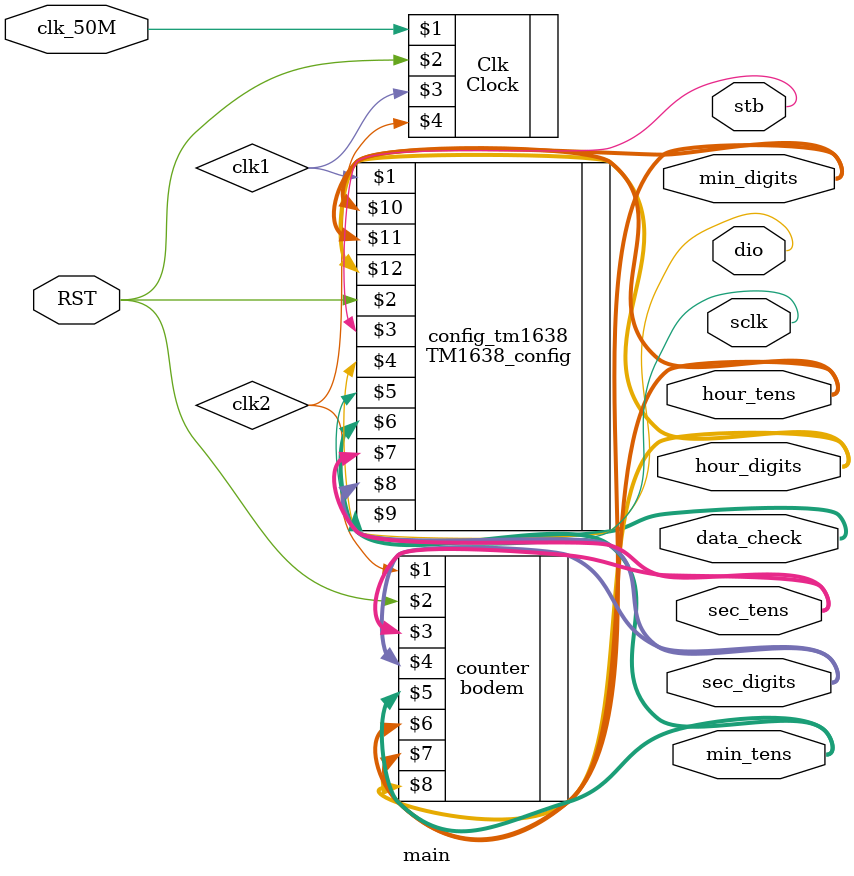
<source format=v>
`timescale 1ns / 1ps
module main(clk_50M, RST, dio, sclk, stb, data_check, sec_tens, sec_digits, min_tens, min_digits, hour_tens, hour_digits);
    input clk_50M, RST;
    wire clk1, clk2;
    output wire [3:0] sec_tens, sec_digits, min_tens, min_digits, hour_tens, hour_digits;
    output wire dio, stb, sclk;
    output wire [7:0] data_check;

    // Instantiate clock module
    Clock Clk(clk_50M, RST, clk1, clk2);
    // Instantiate tm1638 module
    TM1638_config config_tm1638(clk1, RST, stb, dio, sclk, data_check, sec_tens, sec_digits, min_tens, min_digits, hour_tens, hour_digits);

    // Instantiate bodem module
    bodem counter(clk2, RST, sec_tens, sec_digits, min_tens, min_digits, hour_tens, hour_digits);
endmodule

</source>
